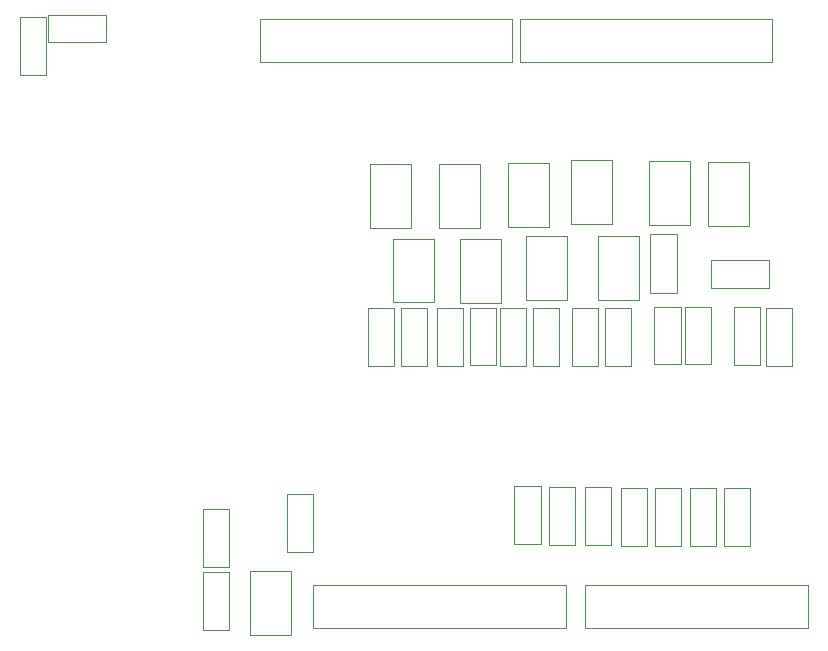
<source format=gbr>
%TF.GenerationSoftware,KiCad,Pcbnew,6.0.0*%
%TF.CreationDate,2022-04-09T17:08:54-03:00*%
%TF.ProjectId,cwc5.5,63776335-2e35-42e6-9b69-6361645f7063,rev?*%
%TF.SameCoordinates,Original*%
%TF.FileFunction,Other,User*%
%FSLAX46Y46*%
G04 Gerber Fmt 4.6, Leading zero omitted, Abs format (unit mm)*
G04 Created by KiCad (PCBNEW 6.0.0) date 2022-04-09 17:08:54*
%MOMM*%
%LPD*%
G01*
G04 APERTURE LIST*
%ADD10C,0.050000*%
G04 APERTURE END LIST*
D10*
%TO.C,R9*%
X45108000Y-30136000D02*
X47348000Y-30136000D01*
X45108000Y-25236000D02*
X45108000Y-30136000D01*
X47348000Y-30136000D02*
X47348000Y-25236000D01*
X47348000Y-25236000D02*
X45108000Y-25236000D01*
%TO.C,Q10*%
X38890000Y-19398000D02*
X38890000Y-24798000D01*
X38890000Y-24798000D02*
X42390000Y-24798000D01*
X42390000Y-19398000D02*
X38890000Y-19398000D01*
X42390000Y-24798000D02*
X42390000Y-19398000D01*
%TO.C,R12*%
X42314000Y-30136000D02*
X44554000Y-30136000D01*
X42314000Y-25236000D02*
X42314000Y-30136000D01*
X44554000Y-30136000D02*
X44554000Y-25236000D01*
X44554000Y-25236000D02*
X42314000Y-25236000D01*
%TO.C,Q17*%
X63400000Y-12900000D02*
X59900000Y-12900000D01*
X59900000Y-12900000D02*
X59900000Y-18300000D01*
X59900000Y-18300000D02*
X63400000Y-18300000D01*
X63400000Y-18300000D02*
X63400000Y-12900000D01*
%TO.C,R26*%
X64805000Y-25250000D02*
X64805000Y-30150000D01*
X64805000Y-30150000D02*
X67045000Y-30150000D01*
X67045000Y-30150000D02*
X67045000Y-25250000D01*
X67045000Y-25250000D02*
X64805000Y-25250000D01*
%TO.C,Q12*%
X40612000Y-18448000D02*
X40612000Y-13048000D01*
X40612000Y-13048000D02*
X37112000Y-13048000D01*
X37112000Y-18448000D02*
X40612000Y-18448000D01*
X37112000Y-13048000D02*
X37112000Y-18448000D01*
%TO.C,R28*%
X60195000Y-25125000D02*
X57955000Y-25125000D01*
X60195000Y-30025000D02*
X60195000Y-25125000D01*
X57955000Y-25125000D02*
X57955000Y-30025000D01*
X57955000Y-30025000D02*
X60195000Y-30025000D01*
%TO.C,R91*%
X1674000Y-5498000D02*
X3914000Y-5498000D01*
X1674000Y-598000D02*
X1674000Y-5498000D01*
X3914000Y-5498000D02*
X3914000Y-598000D01*
X3914000Y-598000D02*
X1674000Y-598000D01*
%TO.C,R97*%
X46455000Y-45275000D02*
X48695000Y-45275000D01*
X48695000Y-40375000D02*
X46455000Y-40375000D01*
X48695000Y-45275000D02*
X48695000Y-40375000D01*
X46455000Y-40375000D02*
X46455000Y-45275000D01*
%TO.C,J1*%
X43360000Y-780000D02*
X43360000Y-4380000D01*
X22010000Y-4380000D02*
X22010000Y-780000D01*
X43360000Y-4380000D02*
X22010000Y-4380000D01*
X22010000Y-780000D02*
X43360000Y-780000D01*
%TO.C,R3*%
X51204000Y-25262000D02*
X51204000Y-30162000D01*
X51204000Y-30162000D02*
X53444000Y-30162000D01*
X53444000Y-25262000D02*
X51204000Y-25262000D01*
X53444000Y-30162000D02*
X53444000Y-25262000D01*
%TO.C,C1*%
X65117500Y-23525000D02*
X65117500Y-21225000D01*
X60157500Y-23525000D02*
X65117500Y-23525000D01*
X65117500Y-21225000D02*
X60157500Y-21225000D01*
X60157500Y-21225000D02*
X60157500Y-23525000D01*
%TO.C,Q2*%
X50574000Y-19144000D02*
X50574000Y-24544000D01*
X54074000Y-24544000D02*
X54074000Y-19144000D01*
X50574000Y-24544000D02*
X54074000Y-24544000D01*
X54074000Y-19144000D02*
X50574000Y-19144000D01*
%TO.C,J4*%
X49550000Y-48700000D02*
X68400000Y-48700000D01*
X68400000Y-52300000D02*
X49550000Y-52300000D01*
X68400000Y-48700000D02*
X68400000Y-52300000D01*
X49550000Y-52300000D02*
X49550000Y-48700000D01*
%TO.C,Q4*%
X51788000Y-18156000D02*
X51788000Y-12756000D01*
X48288000Y-18156000D02*
X51788000Y-18156000D01*
X48288000Y-12756000D02*
X48288000Y-18156000D01*
X51788000Y-12756000D02*
X48288000Y-12756000D01*
%TO.C,R25*%
X64345000Y-30100000D02*
X64345000Y-25200000D01*
X64345000Y-25200000D02*
X62105000Y-25200000D01*
X62105000Y-30100000D02*
X64345000Y-30100000D01*
X62105000Y-25200000D02*
X62105000Y-30100000D01*
%TO.C,R98*%
X63520000Y-40475000D02*
X61280000Y-40475000D01*
X61280000Y-45375000D02*
X63520000Y-45375000D01*
X61280000Y-40475000D02*
X61280000Y-45375000D01*
X63520000Y-45375000D02*
X63520000Y-40475000D01*
%TO.C,Q6*%
X47978000Y-19144000D02*
X44478000Y-19144000D01*
X44478000Y-19144000D02*
X44478000Y-24544000D01*
X47978000Y-24544000D02*
X47978000Y-19144000D01*
X44478000Y-24544000D02*
X47978000Y-24544000D01*
%TO.C,Q16*%
X34770000Y-18448000D02*
X34770000Y-13048000D01*
X31270000Y-13048000D02*
X31270000Y-18448000D01*
X34770000Y-13048000D02*
X31270000Y-13048000D01*
X31270000Y-18448000D02*
X34770000Y-18448000D01*
%TO.C,R24*%
X33378000Y-25236000D02*
X31138000Y-25236000D01*
X33378000Y-30136000D02*
X33378000Y-25236000D01*
X31138000Y-25236000D02*
X31138000Y-30136000D01*
X31138000Y-30136000D02*
X33378000Y-30136000D01*
%TO.C,R21*%
X36172000Y-25236000D02*
X33932000Y-25236000D01*
X33932000Y-25236000D02*
X33932000Y-30136000D01*
X33932000Y-30136000D02*
X36172000Y-30136000D01*
X36172000Y-30136000D02*
X36172000Y-25236000D01*
%TO.C,R15*%
X42014000Y-30110000D02*
X42014000Y-25210000D01*
X39774000Y-25210000D02*
X39774000Y-30110000D01*
X42014000Y-25210000D02*
X39774000Y-25210000D01*
X39774000Y-30110000D02*
X42014000Y-30110000D01*
%TO.C,C2*%
X57300000Y-19020000D02*
X55000000Y-19020000D01*
X55000000Y-23980000D02*
X57300000Y-23980000D01*
X57300000Y-23980000D02*
X57300000Y-19020000D01*
X55000000Y-19020000D02*
X55000000Y-23980000D01*
%TO.C,R89*%
X8978400Y-454800D02*
X4078400Y-454800D01*
X4078400Y-2694800D02*
X8978400Y-2694800D01*
X8978400Y-2694800D02*
X8978400Y-454800D01*
X4078400Y-454800D02*
X4078400Y-2694800D01*
%TO.C,J3*%
X26510000Y-52300000D02*
X26510000Y-48700000D01*
X26510000Y-48700000D02*
X47860000Y-48700000D01*
X47860000Y-52300000D02*
X26510000Y-52300000D01*
X47860000Y-48700000D02*
X47860000Y-52300000D01*
%TO.C,R92*%
X45745000Y-40325000D02*
X43505000Y-40325000D01*
X43505000Y-40325000D02*
X43505000Y-45225000D01*
X45745000Y-45225000D02*
X45745000Y-40325000D01*
X43505000Y-45225000D02*
X45745000Y-45225000D01*
%TO.C,J2*%
X65380000Y-4380000D02*
X44030000Y-4380000D01*
X44030000Y-780000D02*
X65380000Y-780000D01*
X44030000Y-4380000D02*
X44030000Y-780000D01*
X65380000Y-780000D02*
X65380000Y-4380000D01*
%TO.C,U0*%
X24610000Y-52950000D02*
X24610000Y-47550000D01*
X21110000Y-52950000D02*
X24610000Y-52950000D01*
X24610000Y-47550000D02*
X21110000Y-47550000D01*
X21110000Y-47550000D02*
X21110000Y-52950000D01*
%TO.C,R18*%
X39220000Y-30136000D02*
X39220000Y-25236000D01*
X36980000Y-25236000D02*
X36980000Y-30136000D01*
X39220000Y-25236000D02*
X36980000Y-25236000D01*
X36980000Y-30136000D02*
X39220000Y-30136000D01*
%TO.C,Q8*%
X42954000Y-18386000D02*
X46454000Y-18386000D01*
X46454000Y-12986000D02*
X42954000Y-12986000D01*
X42954000Y-12986000D02*
X42954000Y-18386000D01*
X46454000Y-18386000D02*
X46454000Y-12986000D01*
%TO.C,R93*%
X60620000Y-45400000D02*
X60620000Y-40500000D01*
X58380000Y-45400000D02*
X60620000Y-45400000D01*
X60620000Y-40500000D02*
X58380000Y-40500000D01*
X58380000Y-40500000D02*
X58380000Y-45400000D01*
%TO.C,R72*%
X19408000Y-52514000D02*
X19408000Y-47614000D01*
X17168000Y-52514000D02*
X19408000Y-52514000D01*
X17168000Y-47614000D02*
X17168000Y-52514000D01*
X19408000Y-47614000D02*
X17168000Y-47614000D01*
%TO.C,R71*%
X24280000Y-45884000D02*
X26520000Y-45884000D01*
X26520000Y-45884000D02*
X26520000Y-40984000D01*
X24280000Y-40984000D02*
X24280000Y-45884000D01*
X26520000Y-40984000D02*
X24280000Y-40984000D01*
%TO.C,R6*%
X50650000Y-30162000D02*
X50650000Y-25262000D01*
X48410000Y-25262000D02*
X48410000Y-30162000D01*
X50650000Y-25262000D02*
X48410000Y-25262000D01*
X48410000Y-30162000D02*
X50650000Y-30162000D01*
%TO.C,R94*%
X57670000Y-40500000D02*
X55430000Y-40500000D01*
X55430000Y-40500000D02*
X55430000Y-45400000D01*
X57670000Y-45400000D02*
X57670000Y-40500000D01*
X55430000Y-45400000D02*
X57670000Y-45400000D01*
%TO.C,Q14*%
X36736000Y-24774000D02*
X36736000Y-19374000D01*
X36736000Y-19374000D02*
X33236000Y-19374000D01*
X33236000Y-24774000D02*
X36736000Y-24774000D01*
X33236000Y-19374000D02*
X33236000Y-24774000D01*
%TO.C,R96*%
X49480000Y-40400000D02*
X49480000Y-45300000D01*
X51720000Y-40400000D02*
X49480000Y-40400000D01*
X49480000Y-45300000D02*
X51720000Y-45300000D01*
X51720000Y-45300000D02*
X51720000Y-40400000D01*
%TO.C,R73*%
X19408000Y-47154000D02*
X19408000Y-42254000D01*
X19408000Y-42254000D02*
X17168000Y-42254000D01*
X17168000Y-42254000D02*
X17168000Y-47154000D01*
X17168000Y-47154000D02*
X19408000Y-47154000D01*
%TO.C,R95*%
X52530000Y-45400000D02*
X54770000Y-45400000D01*
X52530000Y-40500000D02*
X52530000Y-45400000D01*
X54770000Y-40500000D02*
X52530000Y-40500000D01*
X54770000Y-45400000D02*
X54770000Y-40500000D01*
%TO.C,Q18*%
X54892000Y-12794000D02*
X54892000Y-18194000D01*
X58392000Y-12794000D02*
X54892000Y-12794000D01*
X54892000Y-18194000D02*
X58392000Y-18194000D01*
X58392000Y-18194000D02*
X58392000Y-12794000D01*
%TO.C,R27*%
X57595000Y-30025000D02*
X57595000Y-25125000D01*
X55355000Y-30025000D02*
X57595000Y-30025000D01*
X57595000Y-25125000D02*
X55355000Y-25125000D01*
X55355000Y-25125000D02*
X55355000Y-30025000D01*
%TD*%
M02*

</source>
